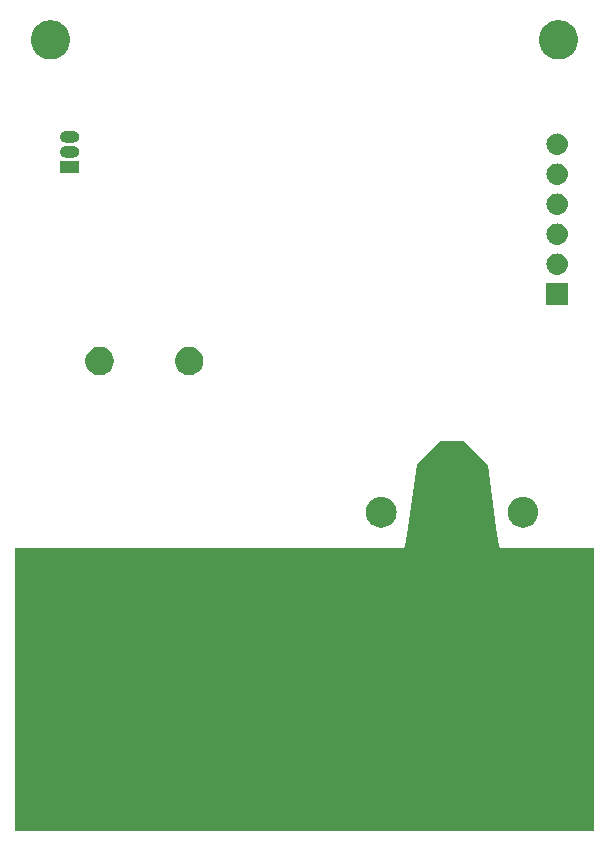
<source format=gbr>
G04 #@! TF.GenerationSoftware,KiCad,Pcbnew,(5.1.0)-1*
G04 #@! TF.CreationDate,2019-03-27T16:53:25+01:00*
G04 #@! TF.ProjectId,WiFi switch,57694669-2073-4776-9974-63682e6b6963,rev?*
G04 #@! TF.SameCoordinates,Original*
G04 #@! TF.FileFunction,Soldermask,Bot*
G04 #@! TF.FilePolarity,Negative*
%FSLAX46Y46*%
G04 Gerber Fmt 4.6, Leading zero omitted, Abs format (unit mm)*
G04 Created by KiCad (PCBNEW (5.1.0)-1) date 2019-03-27 16:53:26*
%MOMM*%
%LPD*%
G04 APERTURE LIST*
%ADD10C,0.100000*%
G04 APERTURE END LIST*
D10*
G36*
X217000000Y-104000000D02*
G01*
X217757286Y-109301000D01*
X217984668Y-110892679D01*
X217990495Y-110916480D01*
X218000853Y-110938687D01*
X218015344Y-110958447D01*
X218033412Y-110975000D01*
X218054362Y-110987710D01*
X218077389Y-110996089D01*
X218108411Y-111000000D01*
X226000000Y-111000000D01*
X226000000Y-135000000D01*
X177000000Y-135000000D01*
X177000000Y-111000000D01*
X209891589Y-111000000D01*
X209915975Y-110997598D01*
X209939424Y-110990485D01*
X209961035Y-110978934D01*
X209979977Y-110963389D01*
X209995522Y-110944447D01*
X210007073Y-110922836D01*
X210015332Y-110892679D01*
X210242715Y-109301000D01*
X211000000Y-104000000D01*
X213000000Y-102000000D01*
X215000000Y-102000000D01*
X217000000Y-104000000D01*
X217000000Y-104000000D01*
G37*
G36*
X208159473Y-106708413D02*
G01*
X208255040Y-106717825D01*
X208500280Y-106792218D01*
X208726294Y-106913025D01*
X208777899Y-106955376D01*
X208924397Y-107075603D01*
X209044624Y-107222101D01*
X209086975Y-107273706D01*
X209207782Y-107499720D01*
X209282175Y-107744960D01*
X209307294Y-108000000D01*
X209282175Y-108255040D01*
X209207782Y-108500280D01*
X209086975Y-108726294D01*
X209044624Y-108777899D01*
X208924397Y-108924397D01*
X208777899Y-109044624D01*
X208726294Y-109086975D01*
X208500280Y-109207782D01*
X208255040Y-109282175D01*
X208159472Y-109291588D01*
X208063906Y-109301000D01*
X207936094Y-109301000D01*
X207840528Y-109291588D01*
X207744960Y-109282175D01*
X207499720Y-109207782D01*
X207273706Y-109086975D01*
X207222101Y-109044624D01*
X207075603Y-108924397D01*
X206955376Y-108777899D01*
X206913025Y-108726294D01*
X206792218Y-108500280D01*
X206717825Y-108255040D01*
X206692706Y-108000000D01*
X206717825Y-107744960D01*
X206792218Y-107499720D01*
X206913025Y-107273706D01*
X206955376Y-107222101D01*
X207075603Y-107075603D01*
X207222101Y-106955376D01*
X207273706Y-106913025D01*
X207499720Y-106792218D01*
X207744960Y-106717825D01*
X207840527Y-106708413D01*
X207936094Y-106699000D01*
X208063906Y-106699000D01*
X208159473Y-106708413D01*
X208159473Y-106708413D01*
G37*
G36*
X220159473Y-106708413D02*
G01*
X220255040Y-106717825D01*
X220500280Y-106792218D01*
X220726294Y-106913025D01*
X220777899Y-106955376D01*
X220924397Y-107075603D01*
X221044624Y-107222101D01*
X221086975Y-107273706D01*
X221207782Y-107499720D01*
X221282175Y-107744960D01*
X221307294Y-108000000D01*
X221282175Y-108255040D01*
X221207782Y-108500280D01*
X221086975Y-108726294D01*
X221044624Y-108777899D01*
X220924397Y-108924397D01*
X220777899Y-109044624D01*
X220726294Y-109086975D01*
X220500280Y-109207782D01*
X220255040Y-109282175D01*
X220159472Y-109291588D01*
X220063906Y-109301000D01*
X219936094Y-109301000D01*
X219840528Y-109291588D01*
X219744960Y-109282175D01*
X219499720Y-109207782D01*
X219273706Y-109086975D01*
X219222101Y-109044624D01*
X219075603Y-108924397D01*
X218955376Y-108777899D01*
X218913025Y-108726294D01*
X218792218Y-108500280D01*
X218717825Y-108255040D01*
X218692706Y-108000000D01*
X218717825Y-107744960D01*
X218792218Y-107499720D01*
X218913025Y-107273706D01*
X218955376Y-107222101D01*
X219075603Y-107075603D01*
X219222101Y-106955376D01*
X219273706Y-106913025D01*
X219499720Y-106792218D01*
X219744960Y-106717825D01*
X219840527Y-106708413D01*
X219936094Y-106699000D01*
X220063906Y-106699000D01*
X220159473Y-106708413D01*
X220159473Y-106708413D01*
G37*
G36*
X184500318Y-94035153D02*
G01*
X184718885Y-94125687D01*
X184718887Y-94125688D01*
X184915593Y-94257122D01*
X185082878Y-94424407D01*
X185214312Y-94621113D01*
X185214313Y-94621115D01*
X185304847Y-94839682D01*
X185351000Y-95071710D01*
X185351000Y-95308290D01*
X185304847Y-95540318D01*
X185214313Y-95758885D01*
X185214312Y-95758887D01*
X185082878Y-95955593D01*
X184915593Y-96122878D01*
X184718887Y-96254312D01*
X184718886Y-96254313D01*
X184718885Y-96254313D01*
X184500318Y-96344847D01*
X184268290Y-96391000D01*
X184031710Y-96391000D01*
X183799682Y-96344847D01*
X183581115Y-96254313D01*
X183581114Y-96254313D01*
X183581113Y-96254312D01*
X183384407Y-96122878D01*
X183217122Y-95955593D01*
X183085688Y-95758887D01*
X183085687Y-95758885D01*
X182995153Y-95540318D01*
X182949000Y-95308290D01*
X182949000Y-95071710D01*
X182995153Y-94839682D01*
X183085687Y-94621115D01*
X183085688Y-94621113D01*
X183217122Y-94424407D01*
X183384407Y-94257122D01*
X183581113Y-94125688D01*
X183581115Y-94125687D01*
X183799682Y-94035153D01*
X184031710Y-93989000D01*
X184268290Y-93989000D01*
X184500318Y-94035153D01*
X184500318Y-94035153D01*
G37*
G36*
X192100318Y-94035153D02*
G01*
X192318885Y-94125687D01*
X192318887Y-94125688D01*
X192515593Y-94257122D01*
X192682878Y-94424407D01*
X192814312Y-94621113D01*
X192814313Y-94621115D01*
X192904847Y-94839682D01*
X192951000Y-95071710D01*
X192951000Y-95308290D01*
X192904847Y-95540318D01*
X192814313Y-95758885D01*
X192814312Y-95758887D01*
X192682878Y-95955593D01*
X192515593Y-96122878D01*
X192318887Y-96254312D01*
X192318886Y-96254313D01*
X192318885Y-96254313D01*
X192100318Y-96344847D01*
X191868290Y-96391000D01*
X191631710Y-96391000D01*
X191399682Y-96344847D01*
X191181115Y-96254313D01*
X191181114Y-96254313D01*
X191181113Y-96254312D01*
X190984407Y-96122878D01*
X190817122Y-95955593D01*
X190685688Y-95758887D01*
X190685687Y-95758885D01*
X190595153Y-95540318D01*
X190549000Y-95308290D01*
X190549000Y-95071710D01*
X190595153Y-94839682D01*
X190685687Y-94621115D01*
X190685688Y-94621113D01*
X190817122Y-94424407D01*
X190984407Y-94257122D01*
X191181113Y-94125688D01*
X191181115Y-94125687D01*
X191399682Y-94035153D01*
X191631710Y-93989000D01*
X191868290Y-93989000D01*
X192100318Y-94035153D01*
X192100318Y-94035153D01*
G37*
G36*
X223786000Y-90436000D02*
G01*
X221984000Y-90436000D01*
X221984000Y-88634000D01*
X223786000Y-88634000D01*
X223786000Y-90436000D01*
X223786000Y-90436000D01*
G37*
G36*
X222995442Y-86100518D02*
G01*
X223061627Y-86107037D01*
X223231466Y-86158557D01*
X223387991Y-86242222D01*
X223423729Y-86271552D01*
X223525186Y-86354814D01*
X223608448Y-86456271D01*
X223637778Y-86492009D01*
X223721443Y-86648534D01*
X223772963Y-86818373D01*
X223790359Y-86995000D01*
X223772963Y-87171627D01*
X223721443Y-87341466D01*
X223637778Y-87497991D01*
X223608448Y-87533729D01*
X223525186Y-87635186D01*
X223423729Y-87718448D01*
X223387991Y-87747778D01*
X223231466Y-87831443D01*
X223061627Y-87882963D01*
X222995442Y-87889482D01*
X222929260Y-87896000D01*
X222840740Y-87896000D01*
X222774557Y-87889481D01*
X222708373Y-87882963D01*
X222538534Y-87831443D01*
X222382009Y-87747778D01*
X222346271Y-87718448D01*
X222244814Y-87635186D01*
X222161552Y-87533729D01*
X222132222Y-87497991D01*
X222048557Y-87341466D01*
X221997037Y-87171627D01*
X221979641Y-86995000D01*
X221997037Y-86818373D01*
X222048557Y-86648534D01*
X222132222Y-86492009D01*
X222161552Y-86456271D01*
X222244814Y-86354814D01*
X222346271Y-86271552D01*
X222382009Y-86242222D01*
X222538534Y-86158557D01*
X222708373Y-86107037D01*
X222774558Y-86100518D01*
X222840740Y-86094000D01*
X222929260Y-86094000D01*
X222995442Y-86100518D01*
X222995442Y-86100518D01*
G37*
G36*
X222995443Y-83560519D02*
G01*
X223061627Y-83567037D01*
X223231466Y-83618557D01*
X223387991Y-83702222D01*
X223423729Y-83731552D01*
X223525186Y-83814814D01*
X223608448Y-83916271D01*
X223637778Y-83952009D01*
X223721443Y-84108534D01*
X223772963Y-84278373D01*
X223790359Y-84455000D01*
X223772963Y-84631627D01*
X223721443Y-84801466D01*
X223637778Y-84957991D01*
X223608448Y-84993729D01*
X223525186Y-85095186D01*
X223423729Y-85178448D01*
X223387991Y-85207778D01*
X223231466Y-85291443D01*
X223061627Y-85342963D01*
X222995442Y-85349482D01*
X222929260Y-85356000D01*
X222840740Y-85356000D01*
X222774558Y-85349482D01*
X222708373Y-85342963D01*
X222538534Y-85291443D01*
X222382009Y-85207778D01*
X222346271Y-85178448D01*
X222244814Y-85095186D01*
X222161552Y-84993729D01*
X222132222Y-84957991D01*
X222048557Y-84801466D01*
X221997037Y-84631627D01*
X221979641Y-84455000D01*
X221997037Y-84278373D01*
X222048557Y-84108534D01*
X222132222Y-83952009D01*
X222161552Y-83916271D01*
X222244814Y-83814814D01*
X222346271Y-83731552D01*
X222382009Y-83702222D01*
X222538534Y-83618557D01*
X222708373Y-83567037D01*
X222774557Y-83560519D01*
X222840740Y-83554000D01*
X222929260Y-83554000D01*
X222995443Y-83560519D01*
X222995443Y-83560519D01*
G37*
G36*
X222995442Y-81020518D02*
G01*
X223061627Y-81027037D01*
X223231466Y-81078557D01*
X223387991Y-81162222D01*
X223423729Y-81191552D01*
X223525186Y-81274814D01*
X223608448Y-81376271D01*
X223637778Y-81412009D01*
X223721443Y-81568534D01*
X223772963Y-81738373D01*
X223790359Y-81915000D01*
X223772963Y-82091627D01*
X223721443Y-82261466D01*
X223637778Y-82417991D01*
X223608448Y-82453729D01*
X223525186Y-82555186D01*
X223423729Y-82638448D01*
X223387991Y-82667778D01*
X223231466Y-82751443D01*
X223061627Y-82802963D01*
X222995442Y-82809482D01*
X222929260Y-82816000D01*
X222840740Y-82816000D01*
X222774558Y-82809482D01*
X222708373Y-82802963D01*
X222538534Y-82751443D01*
X222382009Y-82667778D01*
X222346271Y-82638448D01*
X222244814Y-82555186D01*
X222161552Y-82453729D01*
X222132222Y-82417991D01*
X222048557Y-82261466D01*
X221997037Y-82091627D01*
X221979641Y-81915000D01*
X221997037Y-81738373D01*
X222048557Y-81568534D01*
X222132222Y-81412009D01*
X222161552Y-81376271D01*
X222244814Y-81274814D01*
X222346271Y-81191552D01*
X222382009Y-81162222D01*
X222538534Y-81078557D01*
X222708373Y-81027037D01*
X222774558Y-81020518D01*
X222840740Y-81014000D01*
X222929260Y-81014000D01*
X222995442Y-81020518D01*
X222995442Y-81020518D01*
G37*
G36*
X222995442Y-78480518D02*
G01*
X223061627Y-78487037D01*
X223231466Y-78538557D01*
X223387991Y-78622222D01*
X223423729Y-78651552D01*
X223525186Y-78734814D01*
X223608448Y-78836271D01*
X223637778Y-78872009D01*
X223721443Y-79028534D01*
X223772963Y-79198373D01*
X223790359Y-79375000D01*
X223772963Y-79551627D01*
X223721443Y-79721466D01*
X223637778Y-79877991D01*
X223608448Y-79913729D01*
X223525186Y-80015186D01*
X223423729Y-80098448D01*
X223387991Y-80127778D01*
X223231466Y-80211443D01*
X223061627Y-80262963D01*
X222995442Y-80269482D01*
X222929260Y-80276000D01*
X222840740Y-80276000D01*
X222774558Y-80269482D01*
X222708373Y-80262963D01*
X222538534Y-80211443D01*
X222382009Y-80127778D01*
X222346271Y-80098448D01*
X222244814Y-80015186D01*
X222161552Y-79913729D01*
X222132222Y-79877991D01*
X222048557Y-79721466D01*
X221997037Y-79551627D01*
X221979641Y-79375000D01*
X221997037Y-79198373D01*
X222048557Y-79028534D01*
X222132222Y-78872009D01*
X222161552Y-78836271D01*
X222244814Y-78734814D01*
X222346271Y-78651552D01*
X222382009Y-78622222D01*
X222538534Y-78538557D01*
X222708373Y-78487037D01*
X222774558Y-78480518D01*
X222840740Y-78474000D01*
X222929260Y-78474000D01*
X222995442Y-78480518D01*
X222995442Y-78480518D01*
G37*
G36*
X182411000Y-79241000D02*
G01*
X180809000Y-79241000D01*
X180809000Y-78239000D01*
X182411000Y-78239000D01*
X182411000Y-79241000D01*
X182411000Y-79241000D01*
G37*
G36*
X182008213Y-76976249D02*
G01*
X182102652Y-77004897D01*
X182189687Y-77051418D01*
X182265975Y-77114025D01*
X182328582Y-77190313D01*
X182375103Y-77277348D01*
X182403751Y-77371787D01*
X182413424Y-77470000D01*
X182403751Y-77568213D01*
X182375103Y-77662652D01*
X182328582Y-77749687D01*
X182265975Y-77825975D01*
X182189687Y-77888582D01*
X182102652Y-77935103D01*
X182008213Y-77963751D01*
X181934612Y-77971000D01*
X181285388Y-77971000D01*
X181211787Y-77963751D01*
X181117348Y-77935103D01*
X181030313Y-77888582D01*
X180954025Y-77825975D01*
X180891418Y-77749687D01*
X180844897Y-77662652D01*
X180816249Y-77568213D01*
X180806576Y-77470000D01*
X180816249Y-77371787D01*
X180844897Y-77277348D01*
X180891418Y-77190313D01*
X180954025Y-77114025D01*
X181030313Y-77051418D01*
X181117348Y-77004897D01*
X181211787Y-76976249D01*
X181285388Y-76969000D01*
X181934612Y-76969000D01*
X182008213Y-76976249D01*
X182008213Y-76976249D01*
G37*
G36*
X222995442Y-75940518D02*
G01*
X223061627Y-75947037D01*
X223231466Y-75998557D01*
X223231468Y-75998558D01*
X223309729Y-76040390D01*
X223387991Y-76082222D01*
X223411831Y-76101787D01*
X223525186Y-76194814D01*
X223608448Y-76296271D01*
X223637778Y-76332009D01*
X223721443Y-76488534D01*
X223772963Y-76658373D01*
X223790359Y-76835000D01*
X223772963Y-77011627D01*
X223721443Y-77181466D01*
X223637778Y-77337991D01*
X223608448Y-77373729D01*
X223525186Y-77475186D01*
X223423729Y-77558448D01*
X223387991Y-77587778D01*
X223387989Y-77587779D01*
X223247917Y-77662650D01*
X223231466Y-77671443D01*
X223061627Y-77722963D01*
X222995443Y-77729481D01*
X222929260Y-77736000D01*
X222840740Y-77736000D01*
X222774557Y-77729481D01*
X222708373Y-77722963D01*
X222538534Y-77671443D01*
X222522084Y-77662650D01*
X222382011Y-77587779D01*
X222382009Y-77587778D01*
X222346271Y-77558448D01*
X222244814Y-77475186D01*
X222161552Y-77373729D01*
X222132222Y-77337991D01*
X222048557Y-77181466D01*
X221997037Y-77011627D01*
X221979641Y-76835000D01*
X221997037Y-76658373D01*
X222048557Y-76488534D01*
X222132222Y-76332009D01*
X222161552Y-76296271D01*
X222244814Y-76194814D01*
X222358169Y-76101787D01*
X222382009Y-76082222D01*
X222460272Y-76040389D01*
X222538532Y-75998558D01*
X222538534Y-75998557D01*
X222708373Y-75947037D01*
X222774558Y-75940518D01*
X222840740Y-75934000D01*
X222929260Y-75934000D01*
X222995442Y-75940518D01*
X222995442Y-75940518D01*
G37*
G36*
X182008213Y-75706249D02*
G01*
X182102652Y-75734897D01*
X182189687Y-75781418D01*
X182265975Y-75844025D01*
X182328582Y-75920313D01*
X182375103Y-76007348D01*
X182403751Y-76101787D01*
X182413424Y-76200000D01*
X182403751Y-76298213D01*
X182375103Y-76392652D01*
X182328582Y-76479687D01*
X182265975Y-76555975D01*
X182189687Y-76618582D01*
X182102652Y-76665103D01*
X182008213Y-76693751D01*
X181934612Y-76701000D01*
X181285388Y-76701000D01*
X181211787Y-76693751D01*
X181117348Y-76665103D01*
X181030313Y-76618582D01*
X180954025Y-76555975D01*
X180891418Y-76479687D01*
X180844897Y-76392652D01*
X180816249Y-76298213D01*
X180806576Y-76200000D01*
X180816249Y-76101787D01*
X180844897Y-76007348D01*
X180891418Y-75920313D01*
X180954025Y-75844025D01*
X181030313Y-75781418D01*
X181117348Y-75734897D01*
X181211787Y-75706249D01*
X181285388Y-75699000D01*
X181934612Y-75699000D01*
X182008213Y-75706249D01*
X182008213Y-75706249D01*
G37*
G36*
X180375256Y-66391298D02*
G01*
X180481579Y-66412447D01*
X180782042Y-66536903D01*
X181052451Y-66717585D01*
X181282415Y-66947549D01*
X181463097Y-67217958D01*
X181587553Y-67518421D01*
X181651000Y-67837391D01*
X181651000Y-68162609D01*
X181587553Y-68481579D01*
X181463097Y-68782042D01*
X181282415Y-69052451D01*
X181052451Y-69282415D01*
X180782042Y-69463097D01*
X180481579Y-69587553D01*
X180375256Y-69608702D01*
X180162611Y-69651000D01*
X179837389Y-69651000D01*
X179624744Y-69608702D01*
X179518421Y-69587553D01*
X179217958Y-69463097D01*
X178947549Y-69282415D01*
X178717585Y-69052451D01*
X178536903Y-68782042D01*
X178412447Y-68481579D01*
X178349000Y-68162609D01*
X178349000Y-67837391D01*
X178412447Y-67518421D01*
X178536903Y-67217958D01*
X178717585Y-66947549D01*
X178947549Y-66717585D01*
X179217958Y-66536903D01*
X179518421Y-66412447D01*
X179624744Y-66391298D01*
X179837389Y-66349000D01*
X180162611Y-66349000D01*
X180375256Y-66391298D01*
X180375256Y-66391298D01*
G37*
G36*
X223375256Y-66391298D02*
G01*
X223481579Y-66412447D01*
X223782042Y-66536903D01*
X224052451Y-66717585D01*
X224282415Y-66947549D01*
X224463097Y-67217958D01*
X224587553Y-67518421D01*
X224651000Y-67837391D01*
X224651000Y-68162609D01*
X224587553Y-68481579D01*
X224463097Y-68782042D01*
X224282415Y-69052451D01*
X224052451Y-69282415D01*
X223782042Y-69463097D01*
X223481579Y-69587553D01*
X223375256Y-69608702D01*
X223162611Y-69651000D01*
X222837389Y-69651000D01*
X222624744Y-69608702D01*
X222518421Y-69587553D01*
X222217958Y-69463097D01*
X221947549Y-69282415D01*
X221717585Y-69052451D01*
X221536903Y-68782042D01*
X221412447Y-68481579D01*
X221349000Y-68162609D01*
X221349000Y-67837391D01*
X221412447Y-67518421D01*
X221536903Y-67217958D01*
X221717585Y-66947549D01*
X221947549Y-66717585D01*
X222217958Y-66536903D01*
X222518421Y-66412447D01*
X222624744Y-66391298D01*
X222837389Y-66349000D01*
X223162611Y-66349000D01*
X223375256Y-66391298D01*
X223375256Y-66391298D01*
G37*
M02*

</source>
